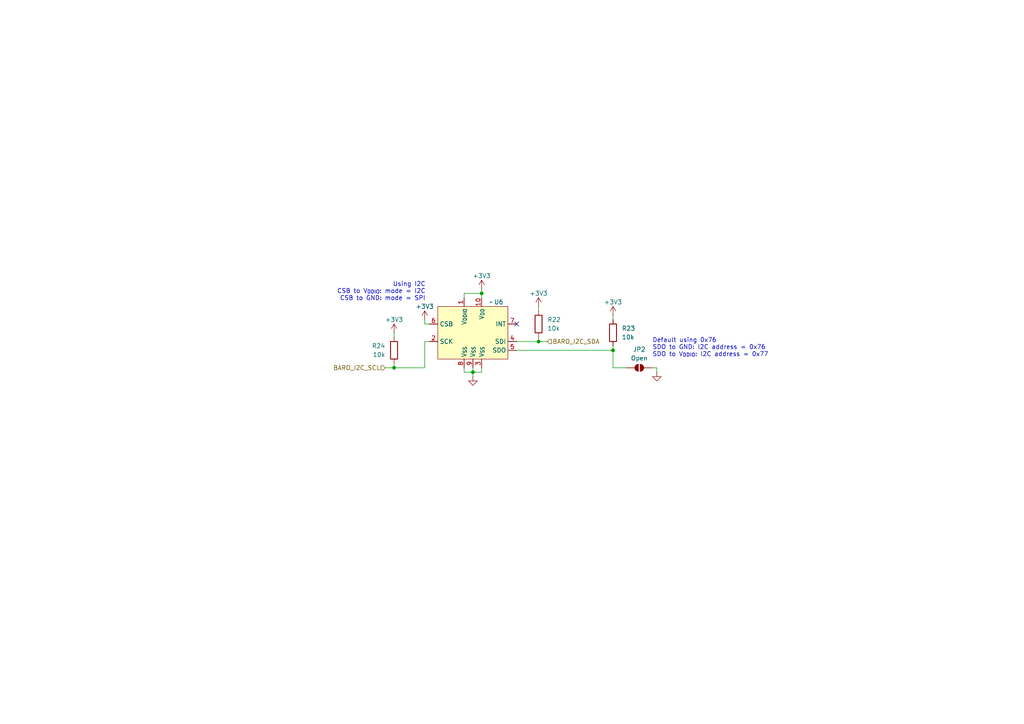
<source format=kicad_sch>
(kicad_sch (version 20231120) (generator "eeschema") (generator_version "8.0")
  (paper "A4")
  (title_block (title "Nerve PCB") (rev "0.1.0-alpha") (company "Daniel Jeon"))
  (lib_symbols
    (symbol "Device:R" (pin_numbers hide) (pin_names (offset 0))
      (property "Reference" "R" (at 2.032 0 90))
      (property "Value" "R" (at 0 0 90))
      (symbol "R_0_1"
        (rectangle (start -1.016 -2.54) (end 1.016 2.54) (stroke (width 0.254)))
      )
      (symbol "R_1_1"
        (pin passive line (at 0 3.81 270) (length 1.27) (name "~") (number "1"))
        (pin passive line (at 0 -3.81 90) (length 1.27) (name "~") (number "2"))
      )
    )
    (symbol "Jumper:SolderJumper_2_Open" (pin_numbers hide) (pin_names (offset 0) hide) (exclude_from_sim yes) (in_bom no)
      (property "Reference" "JP" (at 0 2.032 0))
      (property "Value" "SolderJumper_2_Open" (at 0 -2.54 0))
      (symbol "SolderJumper_2_Open_0_1"
        (arc (start -0.254 1.016) (mid -1.2656 0) (end -0.254 -1.016))
        (arc (start -0.254 1.016) (mid -1.2656 0) (end -0.254 -1.016) (fill (type outline)))
        (polyline (pts (xy -0.254 1.016) (xy -0.254 -1.016)))
        (polyline (pts (xy 0.254 1.016) (xy 0.254 -1.016)))
        (arc (start 0.254 -1.016) (mid 1.2656 0) (end 0.254 1.016))
        (arc (start 0.254 -1.016) (mid 1.2656 0) (end 0.254 1.016) (fill (type outline)))
      )
      (symbol "SolderJumper_2_Open_1_1"
        (pin passive line (at -3.81 0 0) (length 2.54) (name "A") (number "1"))
        (pin passive line (at 3.81 0 180) (length 2.54) (name "B") (number "2"))
      )
    )
    (symbol "bosch:bmp390" (exclude_from_sim yes)
      (property "Reference" "U" (at 4.572 8.89 0))
      (symbol "bmp390_1_0"
        (pin power_in line (at 2.54 10.16 270) (length 2.54) (name "V_{DD}") (number "10"))
        (pin power_in line (at 0 -10.16 90) (length 2.54) (name "V_{SS}") (number "9"))
      )
      (symbol "bmp390_1_1"
        (rectangle (start -10.16 7.62) (end 10.16 -7.62) (fill (type background)))
        (pin power_in line (at -2.54 10.16 270) (length 2.54) (name "V_{DDIO}") (number "1"))
        (pin input line (at -12.7 -2.54 0) (length 2.54) (name "SCK") (number "2"))
        (pin power_in line (at 2.54 -10.16 90) (length 2.54) (name "V_{SS}") (number "3"))
        (pin bidirectional line (at 12.7 -2.54 180) (length 2.54) (name "SDI") (number "4"))
        (pin bidirectional line (at 12.7 -5.08 180) (length 2.54) (name "SDO") (number "5"))
        (pin input line (at -12.7 2.54 0) (length 2.54) (name "CSB") (number "6"))
        (pin output line (at 12.7 2.54 180) (length 2.54) (name "INT") (number "7"))
        (pin power_in line (at -2.54 -10.16 90) (length 2.54) (name "V_{SS}") (number "8"))
      )
    )
    (symbol "power:+3V3" (power) (pin_numbers hide) (pin_names (offset 0) hide)
      (property "Value" "+3V3" (at 0 3.556 0))
      (symbol "+3V3_0_1"
        (polyline (pts (xy -0.762 1.27) (xy 0 2.54)))
        (polyline (pts (xy 0 0) (xy 0 2.54)))
        (polyline (pts (xy 0 2.54) (xy 0.762 1.27)))
      )
      (symbol "+3V3_1_1"
        (pin power_in line (at 0 0 90) (length 0) (name "~") (number "1"))
      )
    )
    (symbol "power:GND" (power) (pin_numbers hide) (pin_names (offset 0) hide)
      (property "Value" "GND" (at 0 -3.81 0))
      (symbol "GND_0_1"
        (polyline (pts (xy 0 0) (xy 0 -1.27) (xy 1.27 -1.27) (xy 0 -2.54) (xy -1.27 -1.27) (xy 0 -1.27)))
      )
      (symbol "GND_1_1"
        (pin power_in line (at 0 0 270) (length 0) (name "~") (number "1"))
      )
    )
  )
  (junction (at 139.7 85.09))
  (junction (at 137.16 107.95))
  (junction (at 177.8 101.6))
  (junction (at 156.21 99.06))
  (junction (at 114.3 106.68))
  (no_connect (at 149.86 93.98))
  (wire (pts (xy 123.19 106.68) (xy 123.19 99.06)))
  (wire (pts (xy 177.8 100.33) (xy 177.8 101.6)))
  (wire (pts (xy 114.3 96.52) (xy 114.3 97.79)))
  (wire (pts (xy 114.3 106.68) (xy 123.19 106.68)))
  (wire (pts (xy 123.19 99.06) (xy 124.46 99.06)))
  (wire (pts (xy 177.8 91.44) (xy 177.8 92.71)))
  (wire (pts (xy 190.5 106.68) (xy 190.5 107.95)))
  (wire (pts (xy 111.76 106.68) (xy 114.3 106.68)))
  (wire (pts (xy 156.21 99.06) (xy 149.86 99.06)))
  (wire (pts (xy 139.7 85.09) (xy 139.7 86.36)))
  (wire (pts (xy 189.23 106.68) (xy 190.5 106.68)))
  (wire (pts (xy 134.62 85.09) (xy 139.7 85.09)))
  (wire (pts (xy 134.62 106.68) (xy 134.62 107.95)))
  (wire (pts (xy 158.75 99.06) (xy 156.21 99.06)))
  (wire (pts (xy 156.21 88.9) (xy 156.21 90.17)))
  (wire (pts (xy 177.8 106.68) (xy 181.61 106.68)))
  (wire (pts (xy 177.8 106.68) (xy 177.8 101.6)))
  (wire (pts (xy 137.16 106.68) (xy 137.16 107.95)))
  (wire (pts (xy 139.7 107.95) (xy 137.16 107.95)))
  (wire (pts (xy 137.16 107.95) (xy 137.16 109.22)))
  (wire (pts (xy 139.7 106.68) (xy 139.7 107.95)))
  (wire (pts (xy 149.86 101.6) (xy 177.8 101.6)))
  (wire (pts (xy 156.21 97.79) (xy 156.21 99.06)))
  (wire (pts (xy 123.19 92.71) (xy 123.19 93.98)))
  (wire (pts (xy 139.7 83.82) (xy 139.7 85.09)))
  (wire (pts (xy 123.19 93.98) (xy 124.46 93.98)))
  (wire (pts (xy 134.62 107.95) (xy 137.16 107.95)))
  (wire (pts (xy 114.3 105.41) (xy 114.3 106.68)))
  (wire (pts (xy 134.62 86.36) (xy 134.62 85.09)))
  (text "Default using 0x76\nSDO to GND: I2C address = 0x76\nSDO to V_{DDIO}: I2C address = 0x77" (at 189.23 100.838 0) (effects (font (size 1.27 1.27)) (justify left)))
  (text "Using I2C\nCSB to V_{DDIO}: mode = I2C\nCSB to GND: mode = SPI" (at 123.444 84.582 0) (effects (font (size 1.27 1.27) (thickness 0.1588)) (justify right)))
  (hierarchical_label "BARO_I2C_SDA" (shape input) (at 158.75 99.06 0))
  (hierarchical_label "BARO_I2C_SCL" (shape input) (at 111.76 106.68 180))
  (symbol (lib_id "Jumper:SolderJumper_2_Open") (at 185.42 106.68 0) (unit 1) (exclude_from_sim yes) (in_bom no)
    (property "Reference" "JP2" (at 185.42 101.346 0))
    (property "Value" "Open" (at 185.42 103.886 0))
    (property "Footprint" "Jumper:SolderJumper-2_P1.3mm_Open_TrianglePad1.0x1.5mm" (effects (hide yes)))
    (property "Description" "Solder Jumper, 2-pole, open" (effects (hide yes)))
  )
  (symbol (lib_id "power:GND") (at 137.16 109.22 0) (unit 1)
    (property "Reference" "#PWR062" (effects (hide yes)))
    (property "Value" "GND" (effects (hide yes)))
    (property "Description" "Power symbol creates a global label with name \"GND\" , ground" (effects (hide yes)))
  )
  (symbol (lib_id "power:+3V3") (at 177.8 91.44 0) (unit 1)
    (property "Reference" "#PWR058" (effects (hide yes)))
    (property "Value" "+3V3" (at 177.8 87.63 0))
    (property "Description" "Power symbol creates a global label with name \"+3V3\"" (effects (hide yes)))
  )
  (symbol (lib_id "Device:R") (at 177.8 96.52 0) (unit 1)
    (property "Reference" "R23" (at 180.34 95.2499 0) (effects (justify left)))
    (property "Value" "10k" (at 180.34 97.7899 0) (effects (justify left)))
    (property "Footprint" "Resistor_SMD:R_0402_1005Metric" (effects (hide yes)))
    (property "Description" "Resistor" (effects (hide yes)))
  )
  (symbol (lib_id "power:+3V3") (at 156.21 88.9 0) (mirror y) (unit 1)
    (property "Reference" "#PWR057" (effects (hide yes)))
    (property "Value" "+3V3" (at 156.21 85.09 0))
    (property "Description" "Power symbol creates a global label with name \"+3V3\"" (effects (hide yes)))
  )
  (symbol (lib_id "Device:R") (at 156.21 93.98 0) (unit 1)
    (property "Reference" "R22" (at 158.75 92.7099 0) (effects (justify left)))
    (property "Value" "10k" (at 158.75 95.2499 0) (effects (justify left)))
    (property "Footprint" "Resistor_SMD:R_0402_1005Metric" (effects (hide yes)))
    (property "Description" "Resistor" (effects (hide yes)))
  )
  (symbol (lib_id "Device:R") (at 114.3 101.6 0) (mirror y) (unit 1)
    (property "Reference" "R24" (at 111.76 100.3299 0) (effects (justify left)))
    (property "Value" "10k" (at 111.76 102.8699 0) (effects (justify left)))
    (property "Footprint" "Resistor_SMD:R_0402_1005Metric" (effects (hide yes)))
    (property "Description" "Resistor" (effects (hide yes)))
  )
  (symbol (lib_id "bosch:bmp390") (at 137.16 96.52 0) (unit 1) (exclude_from_sim yes)
    (property "Reference" "U6" (at 143.256 87.63 0) (effects (justify left)))
    (property "Value" "~" (at 141.8941 87.63 0) (effects (justify left)))
    (property "Footprint" "bosch:bmp390" (effects (hide yes)))
    (property "Datasheet" "https://www.bosch-sensortec.com/media/boschsensortec/downloads/datasheets/bst-bmp390-ds002.pdf" (effects (hide yes)))
    (property "Description" "Pressure Sensor 4.35PSI ~ 18.13PSI (30kPa ~ 125kPa) Absolute 10-WFLGA" (effects (hide yes)))
    (property "Manufacturer" "Bosch Sensortec" (effects (hide yes)))
    (property "Manufacturer Part Number" "BMP390" (effects (hide yes)))
    (property "Distributor" "DigiKey" (effects (hide yes)))
    (property "Distributor Part Number" "828-BMP390CT-ND" (effects (hide yes)))
    (property "Distributor Link" "https://www.digikey.ca/en/products/detail/bosch-sensortec/BMP390/16164575" (effects (hide yes)))
  )
  (symbol (lib_id "power:GND") (at 190.5 107.95 0) (unit 1)
    (property "Reference" "#PWR061" (effects (hide yes)))
    (property "Value" "GND" (effects (hide yes)))
    (property "Description" "Power symbol creates a global label with name \"GND\" , ground" (effects (hide yes)))
  )
  (symbol (lib_id "power:+3V3") (at 139.7 83.82 0) (unit 1)
    (property "Reference" "#PWR056" (effects (hide yes)))
    (property "Value" "+3V3" (at 139.7 80.01 0))
    (property "Description" "Power symbol creates a global label with name \"+3V3\"" (effects (hide yes)))
  )
  (symbol (lib_id "power:+3V3") (at 123.19 92.71 0) (unit 1)
    (property "Reference" "#PWR059" (effects (hide yes)))
    (property "Value" "+3V3" (at 123.19 88.9 0))
    (property "Description" "Power symbol creates a global label with name \"+3V3\"" (effects (hide yes)))
  )
  (symbol (lib_id "power:+3V3") (at 114.3 96.52 0) (unit 1)
    (property "Reference" "#PWR060" (effects (hide yes)))
    (property "Value" "+3V3" (at 114.3 92.71 0))
    (property "Description" "Power symbol creates a global label with name \"+3V3\"" (effects (hide yes)))
  )
)
</source>
